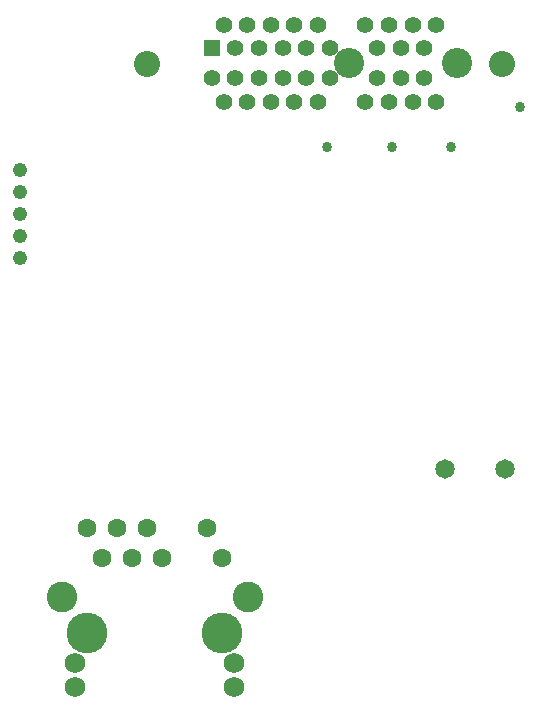
<source format=gbr>
G04 EAGLE Gerber RS-274X export*
G75*
%MOIN*%
%FSLAX34Y34*%
%LPD*%
%INSoldermask Bottom*%
%IPPOS*%
%AMOC8*
5,1,8,0,0,1.08239X$1,22.5*%
G01*
G04 Define Apertures*
%ADD10C,0.086740*%
%ADD11R,0.055559X0.055559*%
%ADD12C,0.055559*%
%ADD13C,0.100520*%
%ADD14C,0.048000*%
%ADD15C,0.102488*%
%ADD16C,0.063039*%
%ADD17C,0.068236*%
%ADD18C,0.135953*%
%ADD19C,0.065087*%
%ADD20C,0.034000*%
D10*
X17244Y25197D03*
X5394Y25197D03*
D11*
X7559Y25722D03*
D12*
X7953Y26510D03*
X7559Y24738D03*
X7953Y23951D03*
X8346Y25722D03*
X8740Y26510D03*
X8346Y24738D03*
X8740Y23951D03*
X9134Y25722D03*
X9528Y26510D03*
X9134Y24738D03*
X9528Y23951D03*
X9921Y25722D03*
X10315Y26510D03*
X9921Y24738D03*
X10315Y23951D03*
X10709Y25722D03*
X11102Y26510D03*
X10709Y24738D03*
X11102Y23951D03*
X11496Y25722D03*
X11496Y24738D03*
X12677Y26510D03*
X12677Y23951D03*
X13071Y25722D03*
X13465Y26510D03*
X13071Y24738D03*
X13465Y23951D03*
X13858Y25722D03*
X14252Y26510D03*
X13858Y24738D03*
X14252Y23951D03*
X14646Y25722D03*
X15039Y26510D03*
X14646Y24738D03*
X15039Y23951D03*
D13*
X12146Y25230D03*
X15748Y25230D03*
D14*
X1181Y18750D03*
X1181Y19476D03*
X1169Y20202D03*
X1181Y20928D03*
X1181Y21654D03*
D15*
X2557Y7444D03*
X8758Y7444D03*
D16*
X3408Y9743D03*
X3908Y8743D03*
X4408Y9743D03*
X4908Y8743D03*
X5408Y9743D03*
X5908Y8743D03*
X7408Y9743D03*
X7908Y8743D03*
D17*
X8305Y5243D03*
X8305Y4444D03*
X3010Y5243D03*
X3010Y4444D03*
D18*
X3408Y6243D03*
X7908Y6243D03*
D19*
X15339Y11701D03*
X17339Y11701D03*
D20*
X11417Y22441D03*
X13583Y22441D03*
X15551Y22441D03*
X17835Y23780D03*
M02*

</source>
